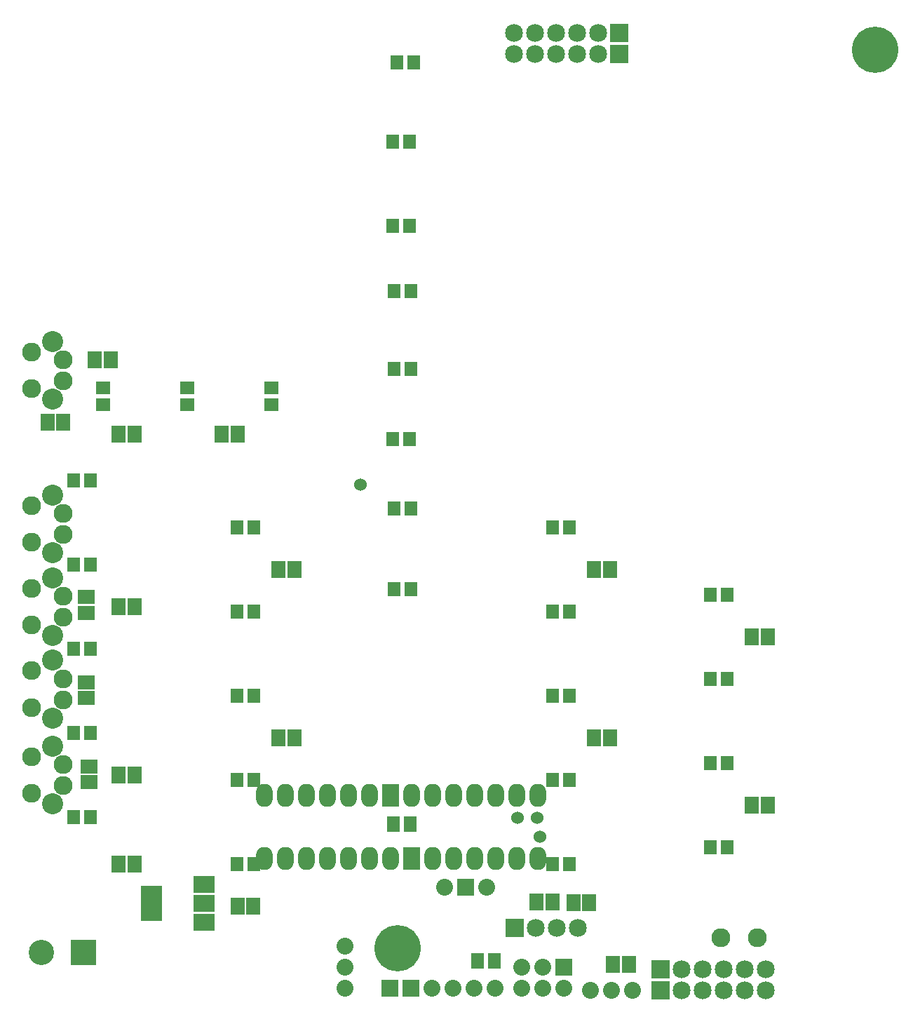
<source format=gts>
G04 (created by PCBNEW-RS274X (2011-12-28 BZR 3254)-stable) date 7/11/2012 5:38:12 PM*
G01*
G70*
G90*
%MOIN*%
G04 Gerber Fmt 3.4, Leading zero omitted, Abs format*
%FSLAX34Y34*%
G04 APERTURE LIST*
%ADD10C,0.006000*%
%ADD11C,0.080000*%
%ADD12R,0.080000X0.080000*%
%ADD13C,0.220000*%
%ADD14C,0.090000*%
%ADD15C,0.100000*%
%ADD16R,0.071200X0.079000*%
%ADD17R,0.079000X0.071200*%
%ADD18C,0.085000*%
%ADD19R,0.085000X0.085000*%
%ADD20R,0.060000X0.070000*%
%ADD21R,0.070000X0.060000*%
%ADD22C,0.060000*%
%ADD23O,0.080000X0.110000*%
%ADD24R,0.080000X0.110000*%
%ADD25R,0.062000X0.076000*%
%ADD26R,0.120000X0.120000*%
%ADD27C,0.120000*%
%ADD28R,0.100000X0.170000*%
%ADD29R,0.100000X0.080000*%
G04 APERTURE END LIST*
G54D10*
G54D11*
X35725Y-54100D03*
X37725Y-54100D03*
G54D12*
X36725Y-54100D03*
G54D13*
X33500Y-57000D03*
X56175Y-14275D03*
G54D14*
X16100Y-28650D03*
X16100Y-30400D03*
G54D15*
X17100Y-28150D03*
X17100Y-30900D03*
G54D14*
X17600Y-30025D03*
X17600Y-29025D03*
X16075Y-35950D03*
X16075Y-37700D03*
G54D15*
X17075Y-35450D03*
X17075Y-38200D03*
G54D14*
X17575Y-37325D03*
X17575Y-36325D03*
X16100Y-39875D03*
X16100Y-41625D03*
G54D15*
X17100Y-39375D03*
X17100Y-42125D03*
G54D14*
X17600Y-41250D03*
X17600Y-40250D03*
X16100Y-43800D03*
X16100Y-45550D03*
G54D15*
X17100Y-43300D03*
X17100Y-46050D03*
G54D14*
X17600Y-45175D03*
X17600Y-44175D03*
X16100Y-47875D03*
X16100Y-49625D03*
G54D15*
X17100Y-47375D03*
X17100Y-50125D03*
G54D14*
X17600Y-49250D03*
X17600Y-48250D03*
X50600Y-56500D03*
X48850Y-56500D03*
G54D16*
X27825Y-39000D03*
X28575Y-39000D03*
X20975Y-53000D03*
X20225Y-53000D03*
X20225Y-40750D03*
X20975Y-40750D03*
X20225Y-48750D03*
X20975Y-48750D03*
X17600Y-32000D03*
X16850Y-32000D03*
X27825Y-47000D03*
X28575Y-47000D03*
X42825Y-39000D03*
X43575Y-39000D03*
X42825Y-47000D03*
X43575Y-47000D03*
X50325Y-42200D03*
X51075Y-42200D03*
X20225Y-32550D03*
X20975Y-32550D03*
X25875Y-32550D03*
X25125Y-32550D03*
X19100Y-29025D03*
X19850Y-29025D03*
G54D17*
X18825Y-48350D03*
X18825Y-49100D03*
X18700Y-40300D03*
X18700Y-41050D03*
X18700Y-45100D03*
X18700Y-44350D03*
G54D16*
X25875Y-55000D03*
X26625Y-55000D03*
X44475Y-57750D03*
X43725Y-57750D03*
X40100Y-54775D03*
X40850Y-54775D03*
X41850Y-54825D03*
X42600Y-54825D03*
X50325Y-50200D03*
X51075Y-50200D03*
G54D18*
X42050Y-56025D03*
G54D19*
X39050Y-56025D03*
G54D18*
X40050Y-56025D03*
X41050Y-56025D03*
G54D20*
X34125Y-39925D03*
X33325Y-39925D03*
X41650Y-41000D03*
X40850Y-41000D03*
X49150Y-52200D03*
X48350Y-52200D03*
X49150Y-48200D03*
X48350Y-48200D03*
X49150Y-44200D03*
X48350Y-44200D03*
X49150Y-40200D03*
X48350Y-40200D03*
X41650Y-49000D03*
X40850Y-49000D03*
X41650Y-45000D03*
X40850Y-45000D03*
X34125Y-36075D03*
X33325Y-36075D03*
X41650Y-37000D03*
X40850Y-37000D03*
X26650Y-49000D03*
X25850Y-49000D03*
X26650Y-45000D03*
X25850Y-45000D03*
X26650Y-41000D03*
X25850Y-41000D03*
X26650Y-37000D03*
X25850Y-37000D03*
X41650Y-53000D03*
X40850Y-53000D03*
X26650Y-53000D03*
X25850Y-53000D03*
X18900Y-50750D03*
X18100Y-50750D03*
X18900Y-46750D03*
X18100Y-46750D03*
X18900Y-42750D03*
X18100Y-42750D03*
X18900Y-38750D03*
X18100Y-38750D03*
X18900Y-34750D03*
X18100Y-34750D03*
G54D21*
X19500Y-31150D03*
X19500Y-30350D03*
X23500Y-31150D03*
X23500Y-30350D03*
X27500Y-31150D03*
X27500Y-30350D03*
G54D20*
X34125Y-29450D03*
X33325Y-29450D03*
X34050Y-32800D03*
X33250Y-32800D03*
X34125Y-25750D03*
X33325Y-25750D03*
X34050Y-22650D03*
X33250Y-22650D03*
X34050Y-18650D03*
X33250Y-18650D03*
X34250Y-14875D03*
X33450Y-14875D03*
G54D22*
X31725Y-34950D03*
X40250Y-51675D03*
X40125Y-50775D03*
X39200Y-50775D03*
G54D11*
X39400Y-58875D03*
X39400Y-57875D03*
X40400Y-58875D03*
X40400Y-57875D03*
X41400Y-58875D03*
G54D12*
X41400Y-57875D03*
X33125Y-58900D03*
X34125Y-58900D03*
G54D11*
X35125Y-58900D03*
X36125Y-58900D03*
X37125Y-58900D03*
X38125Y-58900D03*
G54D23*
X28150Y-52725D03*
X29150Y-52725D03*
X30150Y-52725D03*
X31150Y-52725D03*
X32150Y-52725D03*
X33150Y-52725D03*
G54D24*
X34150Y-52725D03*
G54D23*
X35150Y-52725D03*
X36150Y-52725D03*
X37150Y-52725D03*
X38150Y-52725D03*
X39150Y-52725D03*
X40150Y-52725D03*
X27150Y-52725D03*
X40150Y-49725D03*
X39150Y-49725D03*
X38150Y-49725D03*
X37150Y-49725D03*
X36150Y-49725D03*
X35150Y-49725D03*
X34150Y-49725D03*
G54D24*
X33150Y-49725D03*
G54D23*
X32150Y-49725D03*
X31150Y-49725D03*
X30150Y-49725D03*
X29150Y-49725D03*
X28150Y-49725D03*
X27150Y-49725D03*
G54D25*
X38075Y-57575D03*
X37275Y-57575D03*
X34100Y-51100D03*
X33300Y-51100D03*
G54D26*
X18550Y-57200D03*
G54D27*
X16550Y-57200D03*
G54D19*
X46000Y-59000D03*
G54D18*
X47000Y-59000D03*
X48000Y-59000D03*
X49000Y-59000D03*
X50000Y-59000D03*
X51000Y-59000D03*
G54D19*
X46000Y-58000D03*
G54D18*
X47000Y-58000D03*
X48000Y-58000D03*
X49000Y-58000D03*
X50000Y-58000D03*
X51000Y-58000D03*
G54D19*
X44025Y-14500D03*
G54D18*
X43025Y-14500D03*
X42025Y-14500D03*
X41025Y-14500D03*
X40025Y-14500D03*
X39025Y-14500D03*
G54D19*
X44025Y-13500D03*
G54D18*
X43025Y-13500D03*
X42025Y-13500D03*
X41025Y-13500D03*
X40025Y-13500D03*
X39025Y-13500D03*
G54D28*
X21800Y-54850D03*
G54D29*
X24300Y-54850D03*
X24300Y-53950D03*
X24300Y-55750D03*
G54D11*
X31000Y-56875D03*
X31000Y-57875D03*
X31000Y-58875D03*
X44650Y-58975D03*
X43650Y-58975D03*
X42650Y-58975D03*
M02*

</source>
